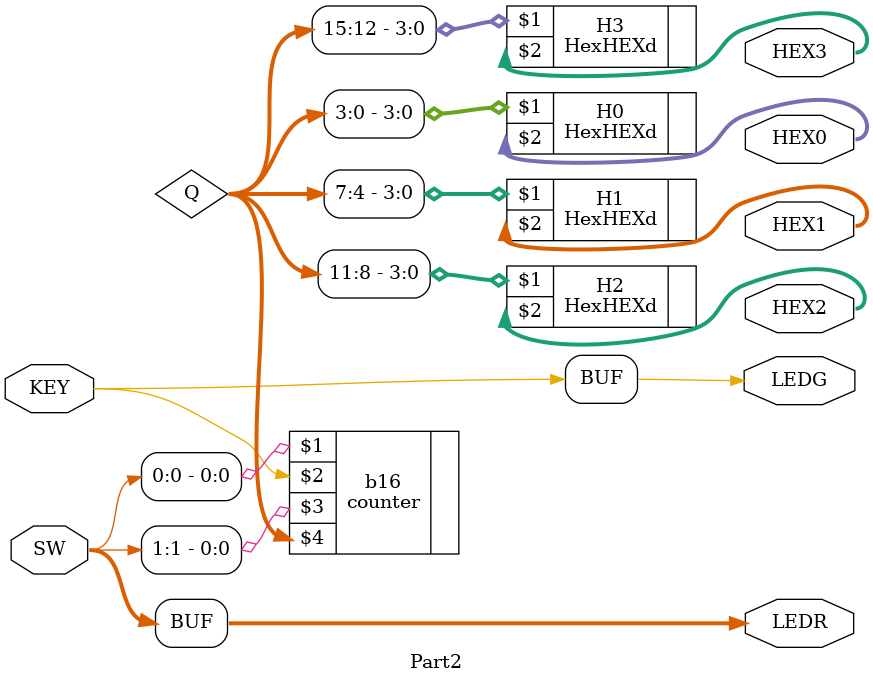
<source format=sv>
/*spencer sawyer
Fmax:375.52 MHz logic element are only 46 now.
*/
module Part2(input [17:0] SW, output [17:0] LEDR, output [0:6]HEX0,
             input [0:0] KEY, output [0:0] LEDG,  output [0:6]HEX1,
															     output [0:6]HEX2,
															     output [0:6]HEX3);
		
		reg [15:0] Q;
		assign LEDR=SW;
		assign LEDG=KEY;
		
		counter b16(SW[0], KEY, SW[1],Q);
		
		


		
		HexHEXd         H0( Q[3:0],    HEX0);
		HexHEXd         H1( Q[7:4],    HEX1);
		HexHEXd         H2( Q[11:8],   HEX2);
		HexHEXd         H3( Q[15:12],  HEX3);
																  
																  
																  
																  
 

endmodule

</source>
